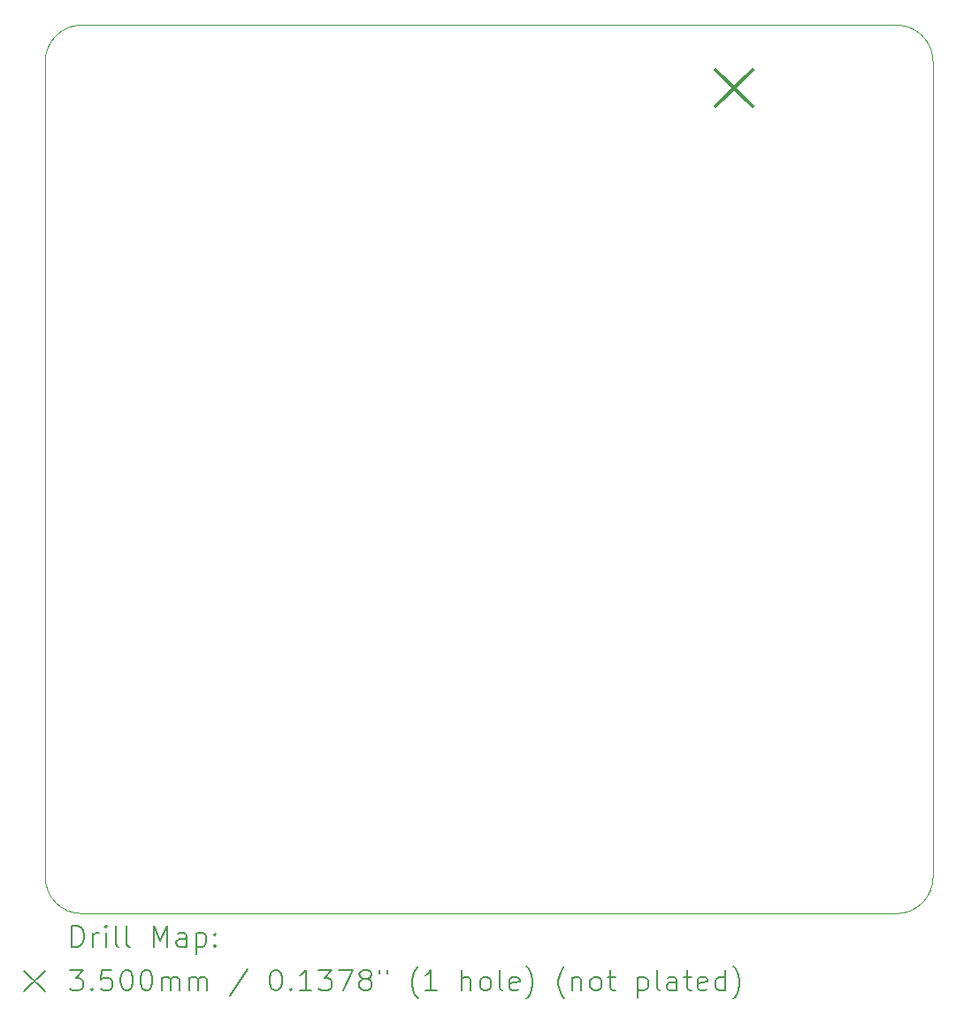
<source format=gbr>
%TF.GenerationSoftware,KiCad,Pcbnew,9.0.5*%
%TF.CreationDate,2025-10-18T17:07:29+01:00*%
%TF.ProjectId,PowerDelivery,506f7765-7244-4656-9c69-766572792e6b,rev?*%
%TF.SameCoordinates,Original*%
%TF.FileFunction,Drillmap*%
%TF.FilePolarity,Positive*%
%FSLAX45Y45*%
G04 Gerber Fmt 4.5, Leading zero omitted, Abs format (unit mm)*
G04 Created by KiCad (PCBNEW 9.0.5) date 2025-10-18 17:07:29*
%MOMM*%
%LPD*%
G01*
G04 APERTURE LIST*
%ADD10C,0.100000*%
%ADD11C,0.200000*%
%ADD12C,0.350000*%
G04 APERTURE END LIST*
D10*
X11200000Y-13750000D02*
X11200000Y-5950000D01*
X19700000Y-13750000D02*
G75*
G02*
X19350000Y-14100000I-350000J0D01*
G01*
X11550000Y-14100000D02*
G75*
G02*
X11200000Y-13750000I0J350000D01*
G01*
X19350000Y-5600000D02*
G75*
G02*
X19700000Y-5950000I0J-350000D01*
G01*
X19350000Y-14100000D02*
X11550000Y-14100000D01*
X19700000Y-5950000D02*
X19700000Y-13750000D01*
X11200000Y-5950000D02*
G75*
G02*
X11550000Y-5600000I350000J0D01*
G01*
X11550000Y-5600000D02*
X19350000Y-5600000D01*
D11*
D12*
X17618000Y-6025000D02*
X17968000Y-6375000D01*
X17968000Y-6025000D02*
X17618000Y-6375000D01*
D11*
X11455777Y-14416484D02*
X11455777Y-14216484D01*
X11455777Y-14216484D02*
X11503396Y-14216484D01*
X11503396Y-14216484D02*
X11531967Y-14226008D01*
X11531967Y-14226008D02*
X11551015Y-14245055D01*
X11551015Y-14245055D02*
X11560539Y-14264103D01*
X11560539Y-14264103D02*
X11570062Y-14302198D01*
X11570062Y-14302198D02*
X11570062Y-14330769D01*
X11570062Y-14330769D02*
X11560539Y-14368865D01*
X11560539Y-14368865D02*
X11551015Y-14387912D01*
X11551015Y-14387912D02*
X11531967Y-14406960D01*
X11531967Y-14406960D02*
X11503396Y-14416484D01*
X11503396Y-14416484D02*
X11455777Y-14416484D01*
X11655777Y-14416484D02*
X11655777Y-14283150D01*
X11655777Y-14321246D02*
X11665301Y-14302198D01*
X11665301Y-14302198D02*
X11674824Y-14292674D01*
X11674824Y-14292674D02*
X11693872Y-14283150D01*
X11693872Y-14283150D02*
X11712920Y-14283150D01*
X11779586Y-14416484D02*
X11779586Y-14283150D01*
X11779586Y-14216484D02*
X11770062Y-14226008D01*
X11770062Y-14226008D02*
X11779586Y-14235531D01*
X11779586Y-14235531D02*
X11789110Y-14226008D01*
X11789110Y-14226008D02*
X11779586Y-14216484D01*
X11779586Y-14216484D02*
X11779586Y-14235531D01*
X11903396Y-14416484D02*
X11884348Y-14406960D01*
X11884348Y-14406960D02*
X11874824Y-14387912D01*
X11874824Y-14387912D02*
X11874824Y-14216484D01*
X12008158Y-14416484D02*
X11989110Y-14406960D01*
X11989110Y-14406960D02*
X11979586Y-14387912D01*
X11979586Y-14387912D02*
X11979586Y-14216484D01*
X12236729Y-14416484D02*
X12236729Y-14216484D01*
X12236729Y-14216484D02*
X12303396Y-14359341D01*
X12303396Y-14359341D02*
X12370062Y-14216484D01*
X12370062Y-14216484D02*
X12370062Y-14416484D01*
X12551015Y-14416484D02*
X12551015Y-14311722D01*
X12551015Y-14311722D02*
X12541491Y-14292674D01*
X12541491Y-14292674D02*
X12522443Y-14283150D01*
X12522443Y-14283150D02*
X12484348Y-14283150D01*
X12484348Y-14283150D02*
X12465301Y-14292674D01*
X12551015Y-14406960D02*
X12531967Y-14416484D01*
X12531967Y-14416484D02*
X12484348Y-14416484D01*
X12484348Y-14416484D02*
X12465301Y-14406960D01*
X12465301Y-14406960D02*
X12455777Y-14387912D01*
X12455777Y-14387912D02*
X12455777Y-14368865D01*
X12455777Y-14368865D02*
X12465301Y-14349817D01*
X12465301Y-14349817D02*
X12484348Y-14340293D01*
X12484348Y-14340293D02*
X12531967Y-14340293D01*
X12531967Y-14340293D02*
X12551015Y-14330769D01*
X12646253Y-14283150D02*
X12646253Y-14483150D01*
X12646253Y-14292674D02*
X12665301Y-14283150D01*
X12665301Y-14283150D02*
X12703396Y-14283150D01*
X12703396Y-14283150D02*
X12722443Y-14292674D01*
X12722443Y-14292674D02*
X12731967Y-14302198D01*
X12731967Y-14302198D02*
X12741491Y-14321246D01*
X12741491Y-14321246D02*
X12741491Y-14378388D01*
X12741491Y-14378388D02*
X12731967Y-14397436D01*
X12731967Y-14397436D02*
X12722443Y-14406960D01*
X12722443Y-14406960D02*
X12703396Y-14416484D01*
X12703396Y-14416484D02*
X12665301Y-14416484D01*
X12665301Y-14416484D02*
X12646253Y-14406960D01*
X12827205Y-14397436D02*
X12836729Y-14406960D01*
X12836729Y-14406960D02*
X12827205Y-14416484D01*
X12827205Y-14416484D02*
X12817682Y-14406960D01*
X12817682Y-14406960D02*
X12827205Y-14397436D01*
X12827205Y-14397436D02*
X12827205Y-14416484D01*
X12827205Y-14292674D02*
X12836729Y-14302198D01*
X12836729Y-14302198D02*
X12827205Y-14311722D01*
X12827205Y-14311722D02*
X12817682Y-14302198D01*
X12817682Y-14302198D02*
X12827205Y-14292674D01*
X12827205Y-14292674D02*
X12827205Y-14311722D01*
X10995000Y-14645000D02*
X11195000Y-14845000D01*
X11195000Y-14645000D02*
X10995000Y-14845000D01*
X11436729Y-14636484D02*
X11560539Y-14636484D01*
X11560539Y-14636484D02*
X11493872Y-14712674D01*
X11493872Y-14712674D02*
X11522443Y-14712674D01*
X11522443Y-14712674D02*
X11541491Y-14722198D01*
X11541491Y-14722198D02*
X11551015Y-14731722D01*
X11551015Y-14731722D02*
X11560539Y-14750769D01*
X11560539Y-14750769D02*
X11560539Y-14798388D01*
X11560539Y-14798388D02*
X11551015Y-14817436D01*
X11551015Y-14817436D02*
X11541491Y-14826960D01*
X11541491Y-14826960D02*
X11522443Y-14836484D01*
X11522443Y-14836484D02*
X11465301Y-14836484D01*
X11465301Y-14836484D02*
X11446253Y-14826960D01*
X11446253Y-14826960D02*
X11436729Y-14817436D01*
X11646253Y-14817436D02*
X11655777Y-14826960D01*
X11655777Y-14826960D02*
X11646253Y-14836484D01*
X11646253Y-14836484D02*
X11636729Y-14826960D01*
X11636729Y-14826960D02*
X11646253Y-14817436D01*
X11646253Y-14817436D02*
X11646253Y-14836484D01*
X11836729Y-14636484D02*
X11741491Y-14636484D01*
X11741491Y-14636484D02*
X11731967Y-14731722D01*
X11731967Y-14731722D02*
X11741491Y-14722198D01*
X11741491Y-14722198D02*
X11760539Y-14712674D01*
X11760539Y-14712674D02*
X11808158Y-14712674D01*
X11808158Y-14712674D02*
X11827205Y-14722198D01*
X11827205Y-14722198D02*
X11836729Y-14731722D01*
X11836729Y-14731722D02*
X11846253Y-14750769D01*
X11846253Y-14750769D02*
X11846253Y-14798388D01*
X11846253Y-14798388D02*
X11836729Y-14817436D01*
X11836729Y-14817436D02*
X11827205Y-14826960D01*
X11827205Y-14826960D02*
X11808158Y-14836484D01*
X11808158Y-14836484D02*
X11760539Y-14836484D01*
X11760539Y-14836484D02*
X11741491Y-14826960D01*
X11741491Y-14826960D02*
X11731967Y-14817436D01*
X11970062Y-14636484D02*
X11989110Y-14636484D01*
X11989110Y-14636484D02*
X12008158Y-14646008D01*
X12008158Y-14646008D02*
X12017682Y-14655531D01*
X12017682Y-14655531D02*
X12027205Y-14674579D01*
X12027205Y-14674579D02*
X12036729Y-14712674D01*
X12036729Y-14712674D02*
X12036729Y-14760293D01*
X12036729Y-14760293D02*
X12027205Y-14798388D01*
X12027205Y-14798388D02*
X12017682Y-14817436D01*
X12017682Y-14817436D02*
X12008158Y-14826960D01*
X12008158Y-14826960D02*
X11989110Y-14836484D01*
X11989110Y-14836484D02*
X11970062Y-14836484D01*
X11970062Y-14836484D02*
X11951015Y-14826960D01*
X11951015Y-14826960D02*
X11941491Y-14817436D01*
X11941491Y-14817436D02*
X11931967Y-14798388D01*
X11931967Y-14798388D02*
X11922443Y-14760293D01*
X11922443Y-14760293D02*
X11922443Y-14712674D01*
X11922443Y-14712674D02*
X11931967Y-14674579D01*
X11931967Y-14674579D02*
X11941491Y-14655531D01*
X11941491Y-14655531D02*
X11951015Y-14646008D01*
X11951015Y-14646008D02*
X11970062Y-14636484D01*
X12160539Y-14636484D02*
X12179586Y-14636484D01*
X12179586Y-14636484D02*
X12198634Y-14646008D01*
X12198634Y-14646008D02*
X12208158Y-14655531D01*
X12208158Y-14655531D02*
X12217682Y-14674579D01*
X12217682Y-14674579D02*
X12227205Y-14712674D01*
X12227205Y-14712674D02*
X12227205Y-14760293D01*
X12227205Y-14760293D02*
X12217682Y-14798388D01*
X12217682Y-14798388D02*
X12208158Y-14817436D01*
X12208158Y-14817436D02*
X12198634Y-14826960D01*
X12198634Y-14826960D02*
X12179586Y-14836484D01*
X12179586Y-14836484D02*
X12160539Y-14836484D01*
X12160539Y-14836484D02*
X12141491Y-14826960D01*
X12141491Y-14826960D02*
X12131967Y-14817436D01*
X12131967Y-14817436D02*
X12122443Y-14798388D01*
X12122443Y-14798388D02*
X12112920Y-14760293D01*
X12112920Y-14760293D02*
X12112920Y-14712674D01*
X12112920Y-14712674D02*
X12122443Y-14674579D01*
X12122443Y-14674579D02*
X12131967Y-14655531D01*
X12131967Y-14655531D02*
X12141491Y-14646008D01*
X12141491Y-14646008D02*
X12160539Y-14636484D01*
X12312920Y-14836484D02*
X12312920Y-14703150D01*
X12312920Y-14722198D02*
X12322443Y-14712674D01*
X12322443Y-14712674D02*
X12341491Y-14703150D01*
X12341491Y-14703150D02*
X12370063Y-14703150D01*
X12370063Y-14703150D02*
X12389110Y-14712674D01*
X12389110Y-14712674D02*
X12398634Y-14731722D01*
X12398634Y-14731722D02*
X12398634Y-14836484D01*
X12398634Y-14731722D02*
X12408158Y-14712674D01*
X12408158Y-14712674D02*
X12427205Y-14703150D01*
X12427205Y-14703150D02*
X12455777Y-14703150D01*
X12455777Y-14703150D02*
X12474824Y-14712674D01*
X12474824Y-14712674D02*
X12484348Y-14731722D01*
X12484348Y-14731722D02*
X12484348Y-14836484D01*
X12579586Y-14836484D02*
X12579586Y-14703150D01*
X12579586Y-14722198D02*
X12589110Y-14712674D01*
X12589110Y-14712674D02*
X12608158Y-14703150D01*
X12608158Y-14703150D02*
X12636729Y-14703150D01*
X12636729Y-14703150D02*
X12655777Y-14712674D01*
X12655777Y-14712674D02*
X12665301Y-14731722D01*
X12665301Y-14731722D02*
X12665301Y-14836484D01*
X12665301Y-14731722D02*
X12674824Y-14712674D01*
X12674824Y-14712674D02*
X12693872Y-14703150D01*
X12693872Y-14703150D02*
X12722443Y-14703150D01*
X12722443Y-14703150D02*
X12741491Y-14712674D01*
X12741491Y-14712674D02*
X12751015Y-14731722D01*
X12751015Y-14731722D02*
X12751015Y-14836484D01*
X13141491Y-14626960D02*
X12970063Y-14884103D01*
X13398634Y-14636484D02*
X13417682Y-14636484D01*
X13417682Y-14636484D02*
X13436729Y-14646008D01*
X13436729Y-14646008D02*
X13446253Y-14655531D01*
X13446253Y-14655531D02*
X13455777Y-14674579D01*
X13455777Y-14674579D02*
X13465301Y-14712674D01*
X13465301Y-14712674D02*
X13465301Y-14760293D01*
X13465301Y-14760293D02*
X13455777Y-14798388D01*
X13455777Y-14798388D02*
X13446253Y-14817436D01*
X13446253Y-14817436D02*
X13436729Y-14826960D01*
X13436729Y-14826960D02*
X13417682Y-14836484D01*
X13417682Y-14836484D02*
X13398634Y-14836484D01*
X13398634Y-14836484D02*
X13379586Y-14826960D01*
X13379586Y-14826960D02*
X13370063Y-14817436D01*
X13370063Y-14817436D02*
X13360539Y-14798388D01*
X13360539Y-14798388D02*
X13351015Y-14760293D01*
X13351015Y-14760293D02*
X13351015Y-14712674D01*
X13351015Y-14712674D02*
X13360539Y-14674579D01*
X13360539Y-14674579D02*
X13370063Y-14655531D01*
X13370063Y-14655531D02*
X13379586Y-14646008D01*
X13379586Y-14646008D02*
X13398634Y-14636484D01*
X13551015Y-14817436D02*
X13560539Y-14826960D01*
X13560539Y-14826960D02*
X13551015Y-14836484D01*
X13551015Y-14836484D02*
X13541491Y-14826960D01*
X13541491Y-14826960D02*
X13551015Y-14817436D01*
X13551015Y-14817436D02*
X13551015Y-14836484D01*
X13751015Y-14836484D02*
X13636729Y-14836484D01*
X13693872Y-14836484D02*
X13693872Y-14636484D01*
X13693872Y-14636484D02*
X13674825Y-14665055D01*
X13674825Y-14665055D02*
X13655777Y-14684103D01*
X13655777Y-14684103D02*
X13636729Y-14693627D01*
X13817682Y-14636484D02*
X13941491Y-14636484D01*
X13941491Y-14636484D02*
X13874825Y-14712674D01*
X13874825Y-14712674D02*
X13903396Y-14712674D01*
X13903396Y-14712674D02*
X13922444Y-14722198D01*
X13922444Y-14722198D02*
X13931967Y-14731722D01*
X13931967Y-14731722D02*
X13941491Y-14750769D01*
X13941491Y-14750769D02*
X13941491Y-14798388D01*
X13941491Y-14798388D02*
X13931967Y-14817436D01*
X13931967Y-14817436D02*
X13922444Y-14826960D01*
X13922444Y-14826960D02*
X13903396Y-14836484D01*
X13903396Y-14836484D02*
X13846253Y-14836484D01*
X13846253Y-14836484D02*
X13827206Y-14826960D01*
X13827206Y-14826960D02*
X13817682Y-14817436D01*
X14008158Y-14636484D02*
X14141491Y-14636484D01*
X14141491Y-14636484D02*
X14055777Y-14836484D01*
X14246253Y-14722198D02*
X14227206Y-14712674D01*
X14227206Y-14712674D02*
X14217682Y-14703150D01*
X14217682Y-14703150D02*
X14208158Y-14684103D01*
X14208158Y-14684103D02*
X14208158Y-14674579D01*
X14208158Y-14674579D02*
X14217682Y-14655531D01*
X14217682Y-14655531D02*
X14227206Y-14646008D01*
X14227206Y-14646008D02*
X14246253Y-14636484D01*
X14246253Y-14636484D02*
X14284348Y-14636484D01*
X14284348Y-14636484D02*
X14303396Y-14646008D01*
X14303396Y-14646008D02*
X14312920Y-14655531D01*
X14312920Y-14655531D02*
X14322444Y-14674579D01*
X14322444Y-14674579D02*
X14322444Y-14684103D01*
X14322444Y-14684103D02*
X14312920Y-14703150D01*
X14312920Y-14703150D02*
X14303396Y-14712674D01*
X14303396Y-14712674D02*
X14284348Y-14722198D01*
X14284348Y-14722198D02*
X14246253Y-14722198D01*
X14246253Y-14722198D02*
X14227206Y-14731722D01*
X14227206Y-14731722D02*
X14217682Y-14741246D01*
X14217682Y-14741246D02*
X14208158Y-14760293D01*
X14208158Y-14760293D02*
X14208158Y-14798388D01*
X14208158Y-14798388D02*
X14217682Y-14817436D01*
X14217682Y-14817436D02*
X14227206Y-14826960D01*
X14227206Y-14826960D02*
X14246253Y-14836484D01*
X14246253Y-14836484D02*
X14284348Y-14836484D01*
X14284348Y-14836484D02*
X14303396Y-14826960D01*
X14303396Y-14826960D02*
X14312920Y-14817436D01*
X14312920Y-14817436D02*
X14322444Y-14798388D01*
X14322444Y-14798388D02*
X14322444Y-14760293D01*
X14322444Y-14760293D02*
X14312920Y-14741246D01*
X14312920Y-14741246D02*
X14303396Y-14731722D01*
X14303396Y-14731722D02*
X14284348Y-14722198D01*
X14398634Y-14636484D02*
X14398634Y-14674579D01*
X14474825Y-14636484D02*
X14474825Y-14674579D01*
X14770063Y-14912674D02*
X14760539Y-14903150D01*
X14760539Y-14903150D02*
X14741491Y-14874579D01*
X14741491Y-14874579D02*
X14731968Y-14855531D01*
X14731968Y-14855531D02*
X14722444Y-14826960D01*
X14722444Y-14826960D02*
X14712920Y-14779341D01*
X14712920Y-14779341D02*
X14712920Y-14741246D01*
X14712920Y-14741246D02*
X14722444Y-14693627D01*
X14722444Y-14693627D02*
X14731968Y-14665055D01*
X14731968Y-14665055D02*
X14741491Y-14646008D01*
X14741491Y-14646008D02*
X14760539Y-14617436D01*
X14760539Y-14617436D02*
X14770063Y-14607912D01*
X14951015Y-14836484D02*
X14836729Y-14836484D01*
X14893872Y-14836484D02*
X14893872Y-14636484D01*
X14893872Y-14636484D02*
X14874825Y-14665055D01*
X14874825Y-14665055D02*
X14855777Y-14684103D01*
X14855777Y-14684103D02*
X14836729Y-14693627D01*
X15189110Y-14836484D02*
X15189110Y-14636484D01*
X15274825Y-14836484D02*
X15274825Y-14731722D01*
X15274825Y-14731722D02*
X15265301Y-14712674D01*
X15265301Y-14712674D02*
X15246253Y-14703150D01*
X15246253Y-14703150D02*
X15217682Y-14703150D01*
X15217682Y-14703150D02*
X15198634Y-14712674D01*
X15198634Y-14712674D02*
X15189110Y-14722198D01*
X15398634Y-14836484D02*
X15379587Y-14826960D01*
X15379587Y-14826960D02*
X15370063Y-14817436D01*
X15370063Y-14817436D02*
X15360539Y-14798388D01*
X15360539Y-14798388D02*
X15360539Y-14741246D01*
X15360539Y-14741246D02*
X15370063Y-14722198D01*
X15370063Y-14722198D02*
X15379587Y-14712674D01*
X15379587Y-14712674D02*
X15398634Y-14703150D01*
X15398634Y-14703150D02*
X15427206Y-14703150D01*
X15427206Y-14703150D02*
X15446253Y-14712674D01*
X15446253Y-14712674D02*
X15455777Y-14722198D01*
X15455777Y-14722198D02*
X15465301Y-14741246D01*
X15465301Y-14741246D02*
X15465301Y-14798388D01*
X15465301Y-14798388D02*
X15455777Y-14817436D01*
X15455777Y-14817436D02*
X15446253Y-14826960D01*
X15446253Y-14826960D02*
X15427206Y-14836484D01*
X15427206Y-14836484D02*
X15398634Y-14836484D01*
X15579587Y-14836484D02*
X15560539Y-14826960D01*
X15560539Y-14826960D02*
X15551015Y-14807912D01*
X15551015Y-14807912D02*
X15551015Y-14636484D01*
X15731968Y-14826960D02*
X15712920Y-14836484D01*
X15712920Y-14836484D02*
X15674825Y-14836484D01*
X15674825Y-14836484D02*
X15655777Y-14826960D01*
X15655777Y-14826960D02*
X15646253Y-14807912D01*
X15646253Y-14807912D02*
X15646253Y-14731722D01*
X15646253Y-14731722D02*
X15655777Y-14712674D01*
X15655777Y-14712674D02*
X15674825Y-14703150D01*
X15674825Y-14703150D02*
X15712920Y-14703150D01*
X15712920Y-14703150D02*
X15731968Y-14712674D01*
X15731968Y-14712674D02*
X15741491Y-14731722D01*
X15741491Y-14731722D02*
X15741491Y-14750769D01*
X15741491Y-14750769D02*
X15646253Y-14769817D01*
X15808158Y-14912674D02*
X15817682Y-14903150D01*
X15817682Y-14903150D02*
X15836730Y-14874579D01*
X15836730Y-14874579D02*
X15846253Y-14855531D01*
X15846253Y-14855531D02*
X15855777Y-14826960D01*
X15855777Y-14826960D02*
X15865301Y-14779341D01*
X15865301Y-14779341D02*
X15865301Y-14741246D01*
X15865301Y-14741246D02*
X15855777Y-14693627D01*
X15855777Y-14693627D02*
X15846253Y-14665055D01*
X15846253Y-14665055D02*
X15836730Y-14646008D01*
X15836730Y-14646008D02*
X15817682Y-14617436D01*
X15817682Y-14617436D02*
X15808158Y-14607912D01*
X16170063Y-14912674D02*
X16160539Y-14903150D01*
X16160539Y-14903150D02*
X16141491Y-14874579D01*
X16141491Y-14874579D02*
X16131968Y-14855531D01*
X16131968Y-14855531D02*
X16122444Y-14826960D01*
X16122444Y-14826960D02*
X16112920Y-14779341D01*
X16112920Y-14779341D02*
X16112920Y-14741246D01*
X16112920Y-14741246D02*
X16122444Y-14693627D01*
X16122444Y-14693627D02*
X16131968Y-14665055D01*
X16131968Y-14665055D02*
X16141491Y-14646008D01*
X16141491Y-14646008D02*
X16160539Y-14617436D01*
X16160539Y-14617436D02*
X16170063Y-14607912D01*
X16246253Y-14703150D02*
X16246253Y-14836484D01*
X16246253Y-14722198D02*
X16255777Y-14712674D01*
X16255777Y-14712674D02*
X16274825Y-14703150D01*
X16274825Y-14703150D02*
X16303396Y-14703150D01*
X16303396Y-14703150D02*
X16322444Y-14712674D01*
X16322444Y-14712674D02*
X16331968Y-14731722D01*
X16331968Y-14731722D02*
X16331968Y-14836484D01*
X16455777Y-14836484D02*
X16436730Y-14826960D01*
X16436730Y-14826960D02*
X16427206Y-14817436D01*
X16427206Y-14817436D02*
X16417682Y-14798388D01*
X16417682Y-14798388D02*
X16417682Y-14741246D01*
X16417682Y-14741246D02*
X16427206Y-14722198D01*
X16427206Y-14722198D02*
X16436730Y-14712674D01*
X16436730Y-14712674D02*
X16455777Y-14703150D01*
X16455777Y-14703150D02*
X16484349Y-14703150D01*
X16484349Y-14703150D02*
X16503396Y-14712674D01*
X16503396Y-14712674D02*
X16512920Y-14722198D01*
X16512920Y-14722198D02*
X16522444Y-14741246D01*
X16522444Y-14741246D02*
X16522444Y-14798388D01*
X16522444Y-14798388D02*
X16512920Y-14817436D01*
X16512920Y-14817436D02*
X16503396Y-14826960D01*
X16503396Y-14826960D02*
X16484349Y-14836484D01*
X16484349Y-14836484D02*
X16455777Y-14836484D01*
X16579587Y-14703150D02*
X16655777Y-14703150D01*
X16608158Y-14636484D02*
X16608158Y-14807912D01*
X16608158Y-14807912D02*
X16617682Y-14826960D01*
X16617682Y-14826960D02*
X16636730Y-14836484D01*
X16636730Y-14836484D02*
X16655777Y-14836484D01*
X16874825Y-14703150D02*
X16874825Y-14903150D01*
X16874825Y-14712674D02*
X16893873Y-14703150D01*
X16893873Y-14703150D02*
X16931968Y-14703150D01*
X16931968Y-14703150D02*
X16951015Y-14712674D01*
X16951015Y-14712674D02*
X16960539Y-14722198D01*
X16960539Y-14722198D02*
X16970063Y-14741246D01*
X16970063Y-14741246D02*
X16970063Y-14798388D01*
X16970063Y-14798388D02*
X16960539Y-14817436D01*
X16960539Y-14817436D02*
X16951015Y-14826960D01*
X16951015Y-14826960D02*
X16931968Y-14836484D01*
X16931968Y-14836484D02*
X16893873Y-14836484D01*
X16893873Y-14836484D02*
X16874825Y-14826960D01*
X17084349Y-14836484D02*
X17065301Y-14826960D01*
X17065301Y-14826960D02*
X17055777Y-14807912D01*
X17055777Y-14807912D02*
X17055777Y-14636484D01*
X17246254Y-14836484D02*
X17246254Y-14731722D01*
X17246254Y-14731722D02*
X17236730Y-14712674D01*
X17236730Y-14712674D02*
X17217682Y-14703150D01*
X17217682Y-14703150D02*
X17179587Y-14703150D01*
X17179587Y-14703150D02*
X17160539Y-14712674D01*
X17246254Y-14826960D02*
X17227206Y-14836484D01*
X17227206Y-14836484D02*
X17179587Y-14836484D01*
X17179587Y-14836484D02*
X17160539Y-14826960D01*
X17160539Y-14826960D02*
X17151015Y-14807912D01*
X17151015Y-14807912D02*
X17151015Y-14788865D01*
X17151015Y-14788865D02*
X17160539Y-14769817D01*
X17160539Y-14769817D02*
X17179587Y-14760293D01*
X17179587Y-14760293D02*
X17227206Y-14760293D01*
X17227206Y-14760293D02*
X17246254Y-14750769D01*
X17312920Y-14703150D02*
X17389111Y-14703150D01*
X17341492Y-14636484D02*
X17341492Y-14807912D01*
X17341492Y-14807912D02*
X17351015Y-14826960D01*
X17351015Y-14826960D02*
X17370063Y-14836484D01*
X17370063Y-14836484D02*
X17389111Y-14836484D01*
X17531968Y-14826960D02*
X17512920Y-14836484D01*
X17512920Y-14836484D02*
X17474825Y-14836484D01*
X17474825Y-14836484D02*
X17455777Y-14826960D01*
X17455777Y-14826960D02*
X17446254Y-14807912D01*
X17446254Y-14807912D02*
X17446254Y-14731722D01*
X17446254Y-14731722D02*
X17455777Y-14712674D01*
X17455777Y-14712674D02*
X17474825Y-14703150D01*
X17474825Y-14703150D02*
X17512920Y-14703150D01*
X17512920Y-14703150D02*
X17531968Y-14712674D01*
X17531968Y-14712674D02*
X17541492Y-14731722D01*
X17541492Y-14731722D02*
X17541492Y-14750769D01*
X17541492Y-14750769D02*
X17446254Y-14769817D01*
X17712920Y-14836484D02*
X17712920Y-14636484D01*
X17712920Y-14826960D02*
X17693873Y-14836484D01*
X17693873Y-14836484D02*
X17655777Y-14836484D01*
X17655777Y-14836484D02*
X17636730Y-14826960D01*
X17636730Y-14826960D02*
X17627206Y-14817436D01*
X17627206Y-14817436D02*
X17617682Y-14798388D01*
X17617682Y-14798388D02*
X17617682Y-14741246D01*
X17617682Y-14741246D02*
X17627206Y-14722198D01*
X17627206Y-14722198D02*
X17636730Y-14712674D01*
X17636730Y-14712674D02*
X17655777Y-14703150D01*
X17655777Y-14703150D02*
X17693873Y-14703150D01*
X17693873Y-14703150D02*
X17712920Y-14712674D01*
X17789111Y-14912674D02*
X17798635Y-14903150D01*
X17798635Y-14903150D02*
X17817682Y-14874579D01*
X17817682Y-14874579D02*
X17827206Y-14855531D01*
X17827206Y-14855531D02*
X17836730Y-14826960D01*
X17836730Y-14826960D02*
X17846254Y-14779341D01*
X17846254Y-14779341D02*
X17846254Y-14741246D01*
X17846254Y-14741246D02*
X17836730Y-14693627D01*
X17836730Y-14693627D02*
X17827206Y-14665055D01*
X17827206Y-14665055D02*
X17817682Y-14646008D01*
X17817682Y-14646008D02*
X17798635Y-14617436D01*
X17798635Y-14617436D02*
X17789111Y-14607912D01*
M02*

</source>
